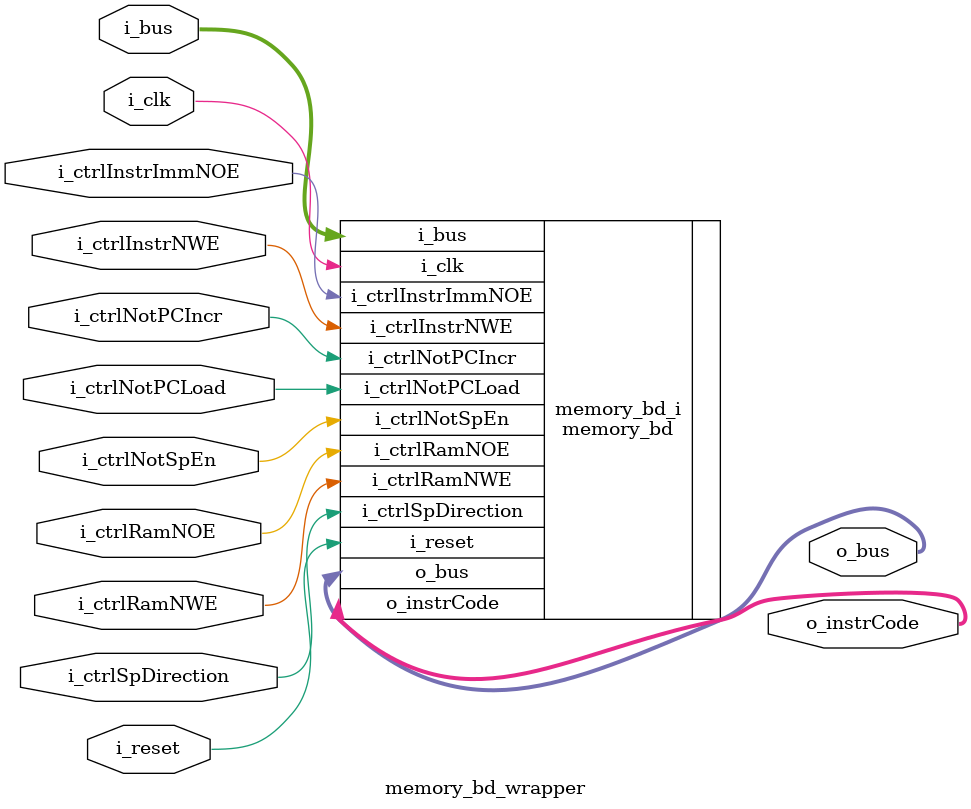
<source format=v>
`timescale 1 ps / 1 ps

module memory_bd_wrapper
   (i_bus,
    i_clk,
    i_ctrlInstrImmNOE,
    i_ctrlInstrNWE,
    i_ctrlNotPCIncr,
    i_ctrlNotPCLoad,
    i_ctrlNotSpEn,
    i_ctrlRamNOE,
    i_ctrlRamNWE,
    i_ctrlSpDirection,
    i_reset,
    o_bus,
    o_instrCode);
  input [7:0]i_bus;
  input i_clk;
  input i_ctrlInstrImmNOE;
  input i_ctrlInstrNWE;
  input i_ctrlNotPCIncr;
  input i_ctrlNotPCLoad;
  input i_ctrlNotSpEn;
  input i_ctrlRamNOE;
  input i_ctrlRamNWE;
  input i_ctrlSpDirection;
  input i_reset;
  output [7:0]o_bus;
  output [7:0]o_instrCode;

  wire [7:0]i_bus;
  wire i_clk;
  wire i_ctrlInstrImmNOE;
  wire i_ctrlInstrNWE;
  wire i_ctrlNotPCIncr;
  wire i_ctrlNotPCLoad;
  wire i_ctrlNotSpEn;
  wire i_ctrlRamNOE;
  wire i_ctrlRamNWE;
  wire i_ctrlSpDirection;
  wire i_reset;
  wire [7:0]o_bus;
  wire [7:0]o_instrCode;

  memory_bd memory_bd_i
       (.i_bus(i_bus),
        .i_clk(i_clk),
        .i_ctrlInstrImmNOE(i_ctrlInstrImmNOE),
        .i_ctrlInstrNWE(i_ctrlInstrNWE),
        .i_ctrlNotPCIncr(i_ctrlNotPCIncr),
        .i_ctrlNotPCLoad(i_ctrlNotPCLoad),
        .i_ctrlNotSpEn(i_ctrlNotSpEn),
        .i_ctrlRamNOE(i_ctrlRamNOE),
        .i_ctrlRamNWE(i_ctrlRamNWE),
        .i_ctrlSpDirection(i_ctrlSpDirection),
        .i_reset(i_reset),
        .o_bus(o_bus),
        .o_instrCode(o_instrCode));
endmodule

</source>
